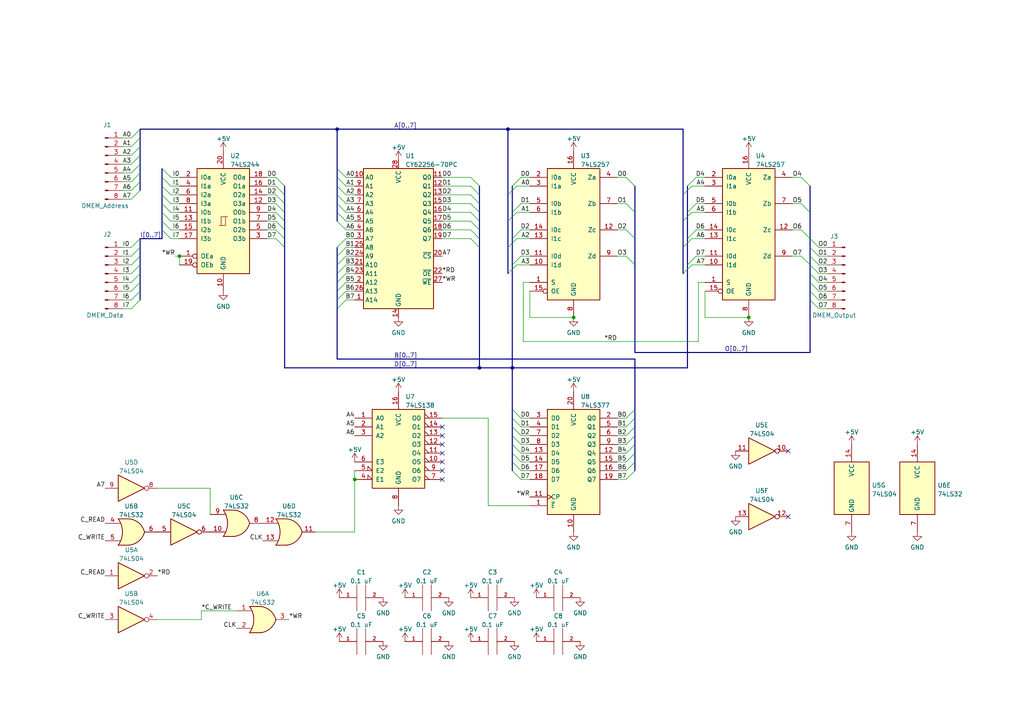
<source format=kicad_sch>
(kicad_sch (version 20211123) (generator eeschema)
  (paper "A4")
  (title_block (title "i281 Data Memory") (date "2023-12-16") (rev "1") (company "sdmay24-14"))
  (lib_symbols
    (symbol "74xx:74LS04"
      (property "Reference" "U" (at 0 1.27 0))
      (property "Value" "74LS04" (at 0 -1.27 0))
      (symbol "74LS04_1_0"
        (pin input line (at -7.62 0 0) (length 3.81) (name "~") (number "1"))
        (pin output inverted (at 7.62 0 180) (length 3.81) (name "~") (number "2"))
      )
      (symbol "74LS04_2_0"
        (pin input line (at -7.62 0 0) (length 3.81) (name "~") (number "3"))
        (pin output inverted (at 7.62 0 180) (length 3.81) (name "~") (number "4"))
      )
      (symbol "74LS04_3_0"
        (pin input line (at -7.62 0 0) (length 3.81) (name "~") (number "5"))
        (pin output inverted (at 7.62 0 180) (length 3.81) (name "~") (number "6"))
      )
      (symbol "74LS04_4_0"
        (pin output inverted (at 7.62 0 180) (length 3.81) (name "~") (number "8"))
        (pin input line (at -7.62 0 0) (length 3.81) (name "~") (number "9"))
      )
      (symbol "74LS04_5_0"
        (pin output inverted (at 7.62 0 180) (length 3.81) (name "~") (number "10"))
        (pin input line (at -7.62 0 0) (length 3.81) (name "~") (number "11"))
      )
      (symbol "74LS04_6_0"
        (pin output inverted (at 7.62 0 180) (length 3.81) (name "~") (number "12"))
        (pin input line (at -7.62 0 0) (length 3.81) (name "~") (number "13"))
      )
      (symbol "74LS04_7_0"
        (pin power_in line (at 0 12.7 270) (length 5.08) (name "VCC") (number "14"))
        (pin power_in line (at 0 -12.7 90) (length 5.08) (name "GND") (number "7"))
      )
    )
    (symbol "74xx:74LS138" (pin_names (offset 1.016))
      (property "Reference" "U" (at -7.62 11.43 0))
      (property "Value" "74LS138" (at -7.62 -13.97 0))
      (symbol "74LS138_1_0"
        (pin input line (at -12.7 7.62 0) (length 5.08) (name "A0") (number "1"))
        (pin output output_low (at 12.7 -5.08 180) (length 5.08) (name "O5") (number "10"))
        (pin output output_low (at 12.7 -2.54 180) (length 5.08) (name "O4") (number "11"))
        (pin output output_low (at 12.7 0 180) (length 5.08) (name "O3") (number "12"))
        (pin output output_low (at 12.7 2.54 180) (length 5.08) (name "O2") (number "13"))
        (pin output output_low (at 12.7 5.08 180) (length 5.08) (name "O1") (number "14"))
        (pin output output_low (at 12.7 7.62 180) (length 5.08) (name "O0") (number "15"))
        (pin power_in line (at 0 15.24 270) (length 5.08) (name "VCC") (number "16"))
        (pin input line (at -12.7 5.08 0) (length 5.08) (name "A1") (number "2"))
        (pin input line (at -12.7 2.54 0) (length 5.08) (name "A2") (number "3"))
        (pin input input_low (at -12.7 -10.16 0) (length 5.08) (name "E1") (number "4"))
        (pin input input_low (at -12.7 -7.62 0) (length 5.08) (name "E2") (number "5"))
        (pin input line (at -12.7 -5.08 0) (length 5.08) (name "E3") (number "6"))
        (pin output output_low (at 12.7 -10.16 180) (length 5.08) (name "O7") (number "7"))
        (pin power_in line (at 0 -17.78 90) (length 5.08) (name "GND") (number "8"))
        (pin output output_low (at 12.7 -7.62 180) (length 5.08) (name "O6") (number "9"))
      )
    )
    (symbol "74xx:74LS244" (pin_names (offset 1.016))
      (property "Reference" "U" (at -7.62 16.51 0))
      (property "Value" "74LS244" (at -7.62 -16.51 0))
      (symbol "74LS244_1_0"
        (pin input inverted (at -12.7 -10.16 0) (length 5.08) (name "OEa") (number "1"))
        (pin power_in line (at 0 -20.32 90) (length 5.08) (name "GND") (number "10"))
        (pin input line (at -12.7 2.54 0) (length 5.08) (name "I0b") (number "11"))
        (pin tri_state line (at 12.7 5.08 180) (length 5.08) (name "O3a") (number "12"))
        (pin input line (at -12.7 0 0) (length 5.08) (name "I1b") (number "13"))
        (pin tri_state line (at 12.7 7.62 180) (length 5.08) (name "O2a") (number "14"))
        (pin input line (at -12.7 -2.54 0) (length 5.08) (name "I2b") (number "15"))
        (pin tri_state line (at 12.7 10.16 180) (length 5.08) (name "O1a") (number "16"))
        (pin input line (at -12.7 -5.08 0) (length 5.08) (name "I3b") (number "17"))
        (pin tri_state line (at 12.7 12.7 180) (length 5.08) (name "O0a") (number "18"))
        (pin input inverted (at -12.7 -12.7 0) (length 5.08) (name "OEb") (number "19"))
        (pin input line (at -12.7 12.7 0) (length 5.08) (name "I0a") (number "2"))
        (pin power_in line (at 0 20.32 270) (length 5.08) (name "VCC") (number "20"))
        (pin tri_state line (at 12.7 -5.08 180) (length 5.08) (name "O3b") (number "3"))
        (pin input line (at -12.7 10.16 0) (length 5.08) (name "I1a") (number "4"))
        (pin tri_state line (at 12.7 -2.54 180) (length 5.08) (name "O2b") (number "5"))
        (pin input line (at -12.7 7.62 0) (length 5.08) (name "I2a") (number "6"))
        (pin tri_state line (at 12.7 0 180) (length 5.08) (name "O1b") (number "7"))
        (pin input line (at -12.7 5.08 0) (length 5.08) (name "I3a") (number "8"))
        (pin tri_state line (at 12.7 2.54 180) (length 5.08) (name "O0b") (number "9"))
      )
    )
    (symbol "74xx:74LS257" (pin_names (offset 1.016))
      (property "Reference" "U" (at -7.62 19.05 0))
      (property "Value" "74LS257" (at -7.62 -21.59 0))
      (symbol "74LS257_1_0"
        (pin input line (at -12.7 -15.24 0) (length 5.08) (name "S") (number "1"))
        (pin input line (at -12.7 -10.16 0) (length 5.08) (name "I1d") (number "10"))
        (pin input line (at -12.7 -7.62 0) (length 5.08) (name "I0d") (number "11"))
        (pin tri_state line (at 12.7 0 180) (length 5.08) (name "Zc") (number "12"))
        (pin input line (at -12.7 -2.54 0) (length 5.08) (name "I1c") (number "13"))
        (pin input line (at -12.7 0 0) (length 5.08) (name "I0c") (number "14"))
        (pin input inverted (at -12.7 -17.78 0) (length 5.08) (name "OE") (number "15"))
        (pin power_in line (at 0 22.86 270) (length 5.08) (name "VCC") (number "16"))
        (pin input line (at -12.7 15.24 0) (length 5.08) (name "I0a") (number "2"))
        (pin input line (at -12.7 12.7 0) (length 5.08) (name "I1a") (number "3"))
        (pin tri_state line (at 12.7 15.24 180) (length 5.08) (name "Za") (number "4"))
        (pin input line (at -12.7 7.62 0) (length 5.08) (name "I0b") (number "5"))
        (pin input line (at -12.7 5.08 0) (length 5.08) (name "I1b") (number "6"))
        (pin tri_state line (at 12.7 7.62 180) (length 5.08) (name "Zb") (number "7"))
        (pin power_in line (at 0 -25.4 90) (length 5.08) (name "GND") (number "8"))
        (pin tri_state line (at 12.7 -7.62 180) (length 5.08) (name "Zd") (number "9"))
      )
    )
    (symbol "74xx:74LS32" (pin_names (offset 1.016))
      (property "Reference" "U" (at 0 1.27 0))
      (property "Value" "74LS32" (at 0 -1.27 0))
      (symbol "74LS32_1_1"
        (pin input line (at -7.62 2.54 0) (length 4.318) (name "~") (number "1"))
        (pin input line (at -7.62 -2.54 0) (length 4.318) (name "~") (number "2"))
        (pin output line (at 7.62 0 180) (length 3.81) (name "~") (number "3"))
      )
      (symbol "74LS32_1_2"
        (pin input inverted (at -7.62 2.54 0) (length 3.81) (name "~") (number "1"))
        (pin input inverted (at -7.62 -2.54 0) (length 3.81) (name "~") (number "2"))
        (pin output inverted (at 7.62 0 180) (length 3.81) (name "~") (number "3"))
      )
      (symbol "74LS32_2_1"
        (pin input line (at -7.62 2.54 0) (length 4.318) (name "~") (number "4"))
        (pin input line (at -7.62 -2.54 0) (length 4.318) (name "~") (number "5"))
        (pin output line (at 7.62 0 180) (length 3.81) (name "~") (number "6"))
      )
      (symbol "74LS32_2_2"
        (pin input inverted (at -7.62 2.54 0) (length 3.81) (name "~") (number "4"))
        (pin input inverted (at -7.62 -2.54 0) (length 3.81) (name "~") (number "5"))
        (pin output inverted (at 7.62 0 180) (length 3.81) (name "~") (number "6"))
      )
      (symbol "74LS32_3_1"
        (pin input line (at -7.62 -2.54 0) (length 4.318) (name "~") (number "10"))
        (pin output line (at 7.62 0 180) (length 3.81) (name "~") (number "8"))
        (pin input line (at -7.62 2.54 0) (length 4.318) (name "~") (number "9"))
      )
      (symbol "74LS32_3_2"
        (pin input inverted (at -7.62 -2.54 0) (length 3.81) (name "~") (number "10"))
        (pin output inverted (at 7.62 0 180) (length 3.81) (name "~") (number "8"))
        (pin input inverted (at -7.62 2.54 0) (length 3.81) (name "~") (number "9"))
      )
      (symbol "74LS32_4_1"
        (pin output line (at 7.62 0 180) (length 3.81) (name "~") (number "11"))
        (pin input line (at -7.62 2.54 0) (length 4.318) (name "~") (number "12"))
        (pin input line (at -7.62 -2.54 0) (length 4.318) (name "~") (number "13"))
      )
      (symbol "74LS32_4_2"
        (pin output inverted (at 7.62 0 180) (length 3.81) (name "~") (number "11"))
        (pin input inverted (at -7.62 2.54 0) (length 3.81) (name "~") (number "12"))
        (pin input inverted (at -7.62 -2.54 0) (length 3.81) (name "~") (number "13"))
      )
      (symbol "74LS32_5_0"
        (pin power_in line (at 0 12.7 270) (length 5.08) (name "VCC") (number "14"))
        (pin power_in line (at 0 -12.7 90) (length 5.08) (name "GND") (number "7"))
      )
    )
    (symbol "74xx:74LS377" (pin_names (offset 1.016))
      (property "Reference" "U" (at -7.62 16.51 0))
      (property "Value" "74LS377" (at -7.62 -16.51 0))
      (symbol "74LS377_1_0"
        (pin input line (at -12.7 -12.7 0) (length 5.08) (name "~{E}") (number "1"))
        (pin power_in line (at 0 -20.32 90) (length 5.08) (name "GND") (number "10"))
        (pin input clock (at -12.7 -10.16 0) (length 5.08) (name "CP") (number "11"))
        (pin output line (at 12.7 2.54 180) (length 5.08) (name "Q4") (number "12"))
        (pin input line (at -12.7 2.54 0) (length 5.08) (name "D4") (number "13"))
        (pin input line (at -12.7 0 0) (length 5.08) (name "D5") (number "14"))
        (pin output line (at 12.7 0 180) (length 5.08) (name "Q5") (number "15"))
        (pin output line (at 12.7 -2.54 180) (length 5.08) (name "Q6") (number "16"))
        (pin input line (at -12.7 -2.54 0) (length 5.08) (name "D6") (number "17"))
        (pin input line (at -12.7 -5.08 0) (length 5.08) (name "D7") (number "18"))
        (pin output line (at 12.7 -5.08 180) (length 5.08) (name "Q7") (number "19"))
        (pin output line (at 12.7 12.7 180) (length 5.08) (name "Q0") (number "2"))
        (pin power_in line (at 0 20.32 270) (length 5.08) (name "VCC") (number "20"))
        (pin input line (at -12.7 12.7 0) (length 5.08) (name "D0") (number "3"))
        (pin input line (at -12.7 10.16 0) (length 5.08) (name "D1") (number "4"))
        (pin output line (at 12.7 10.16 180) (length 5.08) (name "Q1") (number "5"))
        (pin output line (at 12.7 7.62 180) (length 5.08) (name "Q2") (number "6"))
        (pin input line (at -12.7 7.62 0) (length 5.08) (name "D2") (number "7"))
        (pin input line (at -12.7 5.08 0) (length 5.08) (name "D3") (number "8"))
        (pin output line (at 12.7 5.08 180) (length 5.08) (name "Q3") (number "9"))
      )
    )
    (symbol "Connector:Conn_01x08_Male" (pin_names (offset 1.016) hide)
      (property "Reference" "J" (at 0 10.16 0))
      (property "Value" "Conn_01x08_Male" (at 0 -12.7 0))
      (symbol "Conn_01x08_Male_1_1"
        (pin passive line (at 5.08 7.62 180) (length 3.81) (name "Pin_1") (number "1"))
        (pin passive line (at 5.08 5.08 180) (length 3.81) (name "Pin_2") (number "2"))
        (pin passive line (at 5.08 2.54 180) (length 3.81) (name "Pin_3") (number "3"))
        (pin passive line (at 5.08 0 180) (length 3.81) (name "Pin_4") (number "4"))
        (pin passive line (at 5.08 -2.54 180) (length 3.81) (name "Pin_5") (number "5"))
        (pin passive line (at 5.08 -5.08 180) (length 3.81) (name "Pin_6") (number "6"))
        (pin passive line (at 5.08 -7.62 180) (length 3.81) (name "Pin_7") (number "7"))
        (pin passive line (at 5.08 -10.16 180) (length 3.81) (name "Pin_8") (number "8"))
      )
    )
    (symbol "Memory_RAM:CY62256-70PC"
      (property "Reference" "U" (at -10.16 20.955 0))
      (property "Value" "CY62256-70PC" (at 2.54 20.955 0))
      (symbol "CY62256-70PC_0_0"
        (pin power_in line (at 0 -22.86 90) (length 2.54) (name "GND") (number "14"))
        (pin power_in line (at 0 22.86 270) (length 2.54) (name "VCC") (number "28"))
      )
      (symbol "CY62256-70PC_1_1"
        (pin input line (at -12.7 -17.78 0) (length 2.54) (name "A14") (number "1"))
        (pin input line (at -12.7 17.78 0) (length 2.54) (name "A0") (number "10"))
        (pin tri_state line (at 12.7 17.78 180) (length 2.54) (name "Q0") (number "11"))
        (pin tri_state line (at 12.7 15.24 180) (length 2.54) (name "Q1") (number "12"))
        (pin tri_state line (at 12.7 12.7 180) (length 2.54) (name "Q2") (number "13"))
        (pin tri_state line (at 12.7 10.16 180) (length 2.54) (name "Q3") (number "15"))
        (pin tri_state line (at 12.7 7.62 180) (length 2.54) (name "Q4") (number "16"))
        (pin tri_state line (at 12.7 5.08 180) (length 2.54) (name "Q5") (number "17"))
        (pin tri_state line (at 12.7 2.54 180) (length 2.54) (name "Q6") (number "18"))
        (pin tri_state line (at 12.7 0 180) (length 2.54) (name "Q7") (number "19"))
        (pin input line (at -12.7 -12.7 0) (length 2.54) (name "A12") (number "2"))
        (pin input line (at 12.7 -5.08 180) (length 2.54) (name "~{CS}") (number "20"))
        (pin input line (at -12.7 -7.62 0) (length 2.54) (name "A10") (number "21"))
        (pin input line (at 12.7 -10.16 180) (length 2.54) (name "~{OE}") (number "22"))
        (pin input line (at -12.7 -10.16 0) (length 2.54) (name "A11") (number "23"))
        (pin input line (at -12.7 -5.08 0) (length 2.54) (name "A9") (number "24"))
        (pin input line (at -12.7 -2.54 0) (length 2.54) (name "A8") (number "25"))
        (pin input line (at -12.7 -15.24 0) (length 2.54) (name "A13") (number "26"))
        (pin input line (at 12.7 -12.7 180) (length 2.54) (name "~{WE}") (number "27"))
        (pin input line (at -12.7 0 0) (length 2.54) (name "A7") (number "3"))
        (pin input line (at -12.7 2.54 0) (length 2.54) (name "A6") (number "4"))
        (pin input line (at -12.7 5.08 0) (length 2.54) (name "A5") (number "5"))
        (pin input line (at -12.7 7.62 0) (length 2.54) (name "A4") (number "6"))
        (pin input line (at -12.7 10.16 0) (length 2.54) (name "A3") (number "7"))
        (pin input line (at -12.7 12.7 0) (length 2.54) (name "A2") (number "8"))
        (pin input line (at -12.7 15.24 0) (length 2.54) (name "A1") (number "9"))
      )
    )
    (symbol "power:+5V" (power) (pin_names (offset 0))
      (property "Value" "+5V" (at 0 3.556 0))
      (symbol "+5V_1_1"
        (pin power_in line (at 0 0 90) (length 0) hide (name "+5V") (number "1"))
      )
    )
    (symbol "power:GND" (power) (pin_names (offset 0))
      (property "Value" "GND" (at 0 -3.81 0))
      (symbol "GND_1_1"
        (pin power_in line (at 0 0 270) (length 0) hide (name "GND") (number "1"))
      )
    )
    (symbol "pspice:C" (pin_names (offset 0.254))
      (property "Reference" "C" (at 2.54 3.81 90))
      (property "Value" "C" (at 2.54 -3.81 90))
      (symbol "C_1_1"
        (pin passive line (at 0 6.35 270) (length 5.08) (name "~") (number "1"))
        (pin passive line (at 0 -6.35 90) (length 5.08) (name "~") (number "2"))
      )
    )
  )
  (junction (at 102.87 139.065))
  (junction (at 147.32 37.465))
  (junction (at 166.37 92.075))
  (junction (at 217.17 92.075))
  (junction (at 139.065 106.68))
  (junction (at 97.79 37.465))
  (junction (at 148.59 106.68))
  (junction (at 52.07 74.295))
  (no_connect (at 228.6 149.86))
  (no_connect (at 128.27 126.365))
  (no_connect (at 128.27 128.905))
  (no_connect (at 128.27 131.445))
  (no_connect (at 228.6 130.81))
  (no_connect (at 128.27 133.985))
  (no_connect (at 128.27 123.825))
  (no_connect (at 128.27 136.525))
  (no_connect (at 128.27 139.065))
  (bus_entry (at 234.95 74.295) (size 2.54 2.54))
  (bus_entry (at 139.065 56.515) (size -2.54 -2.54))
  (bus_entry (at 82.55 59.055) (size -2.54 -2.54))
  (bus_entry (at 147.32 79.375) (size 2.54 -2.54))
  (bus_entry (at 148.59 61.595) (size 2.54 -2.54))
  (bus_entry (at 234.95 69.215) (size -2.54 -2.54))
  (bus_entry (at 184.15 136.525) (size -2.54 2.54))
  (bus_entry (at 147.32 71.755) (size 2.54 -2.54))
  (bus_entry (at 97.79 64.135) (size 2.54 2.54))
  (bus_entry (at 82.55 69.215) (size -2.54 -2.54))
  (bus_entry (at 97.79 51.435) (size 2.54 2.54))
  (bus_entry (at 97.79 59.055) (size 2.54 2.54))
  (bus_entry (at 234.95 53.975) (size -2.54 -2.54))
  (bus_entry (at 40.64 71.755) (size -2.54 2.54))
  (bus_entry (at 46.99 59.055) (size 2.54 2.54))
  (bus_entry (at 148.59 136.525) (size 2.54 2.54))
  (bus_entry (at 148.59 69.215) (size 2.54 -2.54))
  (bus_entry (at 184.15 133.985) (size -2.54 2.54))
  (bus_entry (at 40.64 86.995) (size -2.54 2.54))
  (bus_entry (at 234.95 71.755) (size 2.54 2.54))
  (bus_entry (at 40.64 37.465) (size -2.54 2.54))
  (bus_entry (at 139.065 59.055) (size -2.54 -2.54))
  (bus_entry (at 148.59 53.975) (size 2.54 -2.54))
  (bus_entry (at 97.79 86.995) (size 2.54 -2.54))
  (bus_entry (at 184.15 53.975) (size -2.54 -2.54))
  (bus_entry (at 198.12 56.515) (size 2.54 -2.54))
  (bus_entry (at 40.64 50.165) (size -2.54 2.54))
  (bus_entry (at 40.64 55.245) (size -2.54 2.54))
  (bus_entry (at 198.12 79.375) (size 2.54 -2.54))
  (bus_entry (at 97.79 71.755) (size 2.54 -2.54))
  (bus_entry (at 184.15 126.365) (size -2.54 2.54))
  (bus_entry (at 46.99 64.135) (size 2.54 2.54))
  (bus_entry (at 234.95 79.375) (size 2.54 2.54))
  (bus_entry (at 234.95 76.835) (size -2.54 -2.54))
  (bus_entry (at 40.64 69.215) (size -2.54 2.54))
  (bus_entry (at 46.99 48.895) (size 2.54 2.54))
  (bus_entry (at 97.79 53.975) (size 2.54 2.54))
  (bus_entry (at 234.95 76.835) (size 2.54 2.54))
  (bus_entry (at 40.64 84.455) (size -2.54 2.54))
  (bus_entry (at 139.065 71.755) (size -2.54 -2.54))
  (bus_entry (at 148.59 131.445) (size 2.54 2.54))
  (bus_entry (at 234.95 61.595) (size -2.54 -2.54))
  (bus_entry (at 147.32 56.515) (size 2.54 -2.54))
  (bus_entry (at 139.065 69.215) (size -2.54 -2.54))
  (bus_entry (at 46.99 53.975) (size 2.54 2.54))
  (bus_entry (at 184.15 128.905) (size -2.54 2.54))
  (bus_entry (at 139.065 53.975) (size -2.54 -2.54))
  (bus_entry (at 148.59 133.985) (size 2.54 2.54))
  (bus_entry (at 40.64 76.835) (size -2.54 2.54))
  (bus_entry (at 184.15 61.595) (size -2.54 -2.54))
  (bus_entry (at 40.64 79.375) (size -2.54 2.54))
  (bus_entry (at 40.64 45.085) (size -2.54 2.54))
  (bus_entry (at 46.99 56.515) (size 2.54 2.54))
  (bus_entry (at 40.64 81.915) (size -2.54 2.54))
  (bus_entry (at 97.79 89.535) (size 2.54 -2.54))
  (bus_entry (at 184.15 131.445) (size -2.54 2.54))
  (bus_entry (at 184.15 76.835) (size -2.54 -2.54))
  (bus_entry (at 82.55 71.755) (size -2.54 -2.54))
  (bus_entry (at 148.59 128.905) (size 2.54 2.54))
  (bus_entry (at 40.64 52.705) (size -2.54 2.54))
  (bus_entry (at 139.065 61.595) (size -2.54 -2.54))
  (bus_entry (at 40.64 74.295) (size -2.54 2.54))
  (bus_entry (at 198.12 71.755) (size 2.54 -2.54))
  (bus_entry (at 234.95 84.455) (size 2.54 2.54))
  (bus_entry (at 40.64 40.005) (size -2.54 2.54))
  (bus_entry (at 234.95 86.995) (size 2.54 2.54))
  (bus_entry (at 97.79 84.455) (size 2.54 -2.54))
  (bus_entry (at 82.55 66.675) (size -2.54 -2.54))
  (bus_entry (at 148.59 126.365) (size 2.54 2.54))
  (bus_entry (at 199.39 61.595) (size 2.54 -2.54))
  (bus_entry (at 97.79 48.895) (size 2.54 2.54))
  (bus_entry (at 199.39 76.835) (size 2.54 -2.54))
  (bus_entry (at 148.59 118.745) (size 2.54 2.54))
  (bus_entry (at 234.95 81.915) (size 2.54 2.54))
  (bus_entry (at 184.15 121.285) (size -2.54 2.54))
  (bus_entry (at 97.79 76.835) (size 2.54 -2.54))
  (bus_entry (at 148.59 121.285) (size 2.54 2.54))
  (bus_entry (at 82.55 53.975) (size -2.54 -2.54))
  (bus_entry (at 147.32 64.135) (size 2.54 -2.54))
  (bus_entry (at 139.065 66.675) (size -2.54 -2.54))
  (bus_entry (at 82.55 61.595) (size -2.54 -2.54))
  (bus_entry (at 199.39 53.975) (size 2.54 -2.54))
  (bus_entry (at 198.12 64.135) (size 2.54 -2.54))
  (bus_entry (at 97.79 61.595) (size 2.54 2.54))
  (bus_entry (at 97.79 74.295) (size 2.54 -2.54))
  (bus_entry (at 139.065 64.135) (size -2.54 -2.54))
  (bus_entry (at 97.79 56.515) (size 2.54 2.54))
  (bus_entry (at 46.99 66.675) (size 2.54 2.54))
  (bus_entry (at 234.95 69.215) (size 2.54 2.54))
  (bus_entry (at 148.59 76.835) (size 2.54 -2.54))
  (bus_entry (at 184.15 118.745) (size -2.54 2.54))
  (bus_entry (at 82.55 64.135) (size -2.54 -2.54))
  (bus_entry (at 40.64 42.545) (size -2.54 2.54))
  (bus_entry (at 97.79 79.375) (size 2.54 -2.54))
  (bus_entry (at 184.15 69.215) (size -2.54 -2.54))
  (bus_entry (at 46.99 61.595) (size 2.54 2.54))
  (bus_entry (at 184.15 123.825) (size -2.54 2.54))
  (bus_entry (at 148.59 123.825) (size 2.54 2.54))
  (bus_entry (at 46.99 51.435) (size 2.54 2.54))
  (bus_entry (at 40.64 47.625) (size -2.54 2.54))
  (bus_entry (at 199.39 69.215) (size 2.54 -2.54))
  (bus_entry (at 82.55 56.515) (size -2.54 -2.54))
  (bus_entry (at 97.79 81.915) (size 2.54 -2.54))
  (bus (pts (xy 148.59 121.285) (xy 148.59 123.825)))
  (wire (pts (xy 35.56 89.535) (xy 38.1 89.535)))
  (bus (pts (xy 199.39 61.595) (xy 199.39 69.215)))
  (wire (pts (xy 35.56 45.085) (xy 38.1 45.085)))
  (wire (pts (xy 179.07 66.675) (xy 181.61 66.675)))
  (wire (pts (xy 151.13 139.065) (xy 153.67 139.065)))
  (wire (pts (xy 100.33 64.135) (xy 102.87 64.135)))
  (wire (pts (xy 151.13 131.445) (xy 153.67 131.445)))
  (bus (pts (xy 40.64 84.455) (xy 40.64 81.915)))
  (bus (pts (xy 147.32 71.755) (xy 147.32 64.135)))
  (bus (pts (xy 198.12 79.375) (xy 198.12 71.755)))
  (wire (pts (xy 35.56 52.705) (xy 38.1 52.705)))
  (wire (pts (xy 179.07 51.435) (xy 181.61 51.435)))
  (bus (pts (xy 139.065 64.135) (xy 139.065 66.675)))
  (bus (pts (xy 148.59 131.445) (xy 148.59 133.985)))
  (bus (pts (xy 82.55 71.755) (xy 82.55 106.68)))
  (wire (pts (xy 100.33 51.435) (xy 102.87 51.435)))
  (bus (pts (xy 82.55 64.135) (xy 82.55 66.675)))
  (wire (pts (xy 49.53 61.595) (xy 52.07 61.595)))
  (wire (pts (xy 128.27 66.675) (xy 136.525 66.675)))
  (bus (pts (xy 234.95 71.755) (xy 234.95 74.295)))
  (wire (pts (xy 77.47 61.595) (xy 80.01 61.595)))
  (bus (pts (xy 40.64 50.165) (xy 40.64 47.625)))
  (wire (pts (xy 153.67 81.915) (xy 151.765 81.915)))
  (wire (pts (xy 50.8 74.295) (xy 52.07 74.295)))
  (wire (pts (xy 237.49 81.915) (xy 240.03 81.915)))
  (wire (pts (xy 151.765 81.915) (xy 151.765 99.06)))
  (wire (pts (xy 151.13 74.295) (xy 153.67 74.295)))
  (wire (pts (xy 200.66 76.835) (xy 204.47 76.835)))
  (bus (pts (xy 46.99 66.675) (xy 46.99 69.215)))
  (wire (pts (xy 49.53 66.675) (xy 52.07 66.675)))
  (wire (pts (xy 128.27 64.135) (xy 136.525 64.135)))
  (wire (pts (xy 151.13 121.285) (xy 153.67 121.285)))
  (bus (pts (xy 40.64 47.625) (xy 40.64 45.085)))
  (wire (pts (xy 149.86 53.975) (xy 153.67 53.975)))
  (wire (pts (xy 141.605 121.285) (xy 141.605 146.685)))
  (wire (pts (xy 52.07 74.295) (xy 52.07 76.835)))
  (wire (pts (xy 35.56 86.995) (xy 38.1 86.995)))
  (bus (pts (xy 82.55 66.675) (xy 82.55 69.215)))
  (bus (pts (xy 234.95 74.295) (xy 234.95 76.835)))
  (bus (pts (xy 46.99 53.975) (xy 46.99 56.515)))
  (wire (pts (xy 229.87 51.435) (xy 232.41 51.435)))
  (wire (pts (xy 237.49 79.375) (xy 240.03 79.375)))
  (bus (pts (xy 198.12 56.515) (xy 198.12 37.465)))
  (bus (pts (xy 184.15 133.985) (xy 184.15 136.525)))
  (wire (pts (xy 77.47 59.055) (xy 80.01 59.055)))
  (bus (pts (xy 148.59 126.365) (xy 148.59 128.905)))
  (bus (pts (xy 97.79 74.295) (xy 97.79 76.835)))
  (bus (pts (xy 184.15 128.905) (xy 184.15 131.445)))
  (bus (pts (xy 199.39 69.215) (xy 199.39 76.835)))
  (wire (pts (xy 35.56 74.295) (xy 38.1 74.295)))
  (bus (pts (xy 40.64 76.835) (xy 40.64 74.295)))
  (wire (pts (xy 151.765 99.06) (xy 202.565 99.06)))
  (bus (pts (xy 139.065 56.515) (xy 139.065 59.055)))
  (wire (pts (xy 201.93 66.675) (xy 204.47 66.675)))
  (bus (pts (xy 148.59 133.985) (xy 148.59 136.525)))
  (wire (pts (xy 77.47 64.135) (xy 80.01 64.135)))
  (wire (pts (xy 141.605 146.685) (xy 153.67 146.685)))
  (bus (pts (xy 148.59 53.975) (xy 148.59 61.595)))
  (wire (pts (xy 204.47 81.915) (xy 202.565 81.915)))
  (bus (pts (xy 46.99 56.515) (xy 46.99 59.055)))
  (bus (pts (xy 198.12 64.135) (xy 198.12 56.515)))
  (bus (pts (xy 184.15 53.975) (xy 184.15 61.595)))
  (wire (pts (xy 128.27 121.285) (xy 141.605 121.285)))
  (bus (pts (xy 184.15 121.285) (xy 184.15 123.825)))
  (wire (pts (xy 237.49 71.755) (xy 240.03 71.755)))
  (bus (pts (xy 40.64 42.545) (xy 40.64 40.005)))
  (bus (pts (xy 148.59 106.68) (xy 199.39 106.68)))
  (bus (pts (xy 97.79 81.915) (xy 97.79 84.455)))
  (bus (pts (xy 184.15 104.14) (xy 184.15 118.745)))
  (bus (pts (xy 234.95 69.215) (xy 234.95 71.755)))
  (wire (pts (xy 201.93 74.295) (xy 204.47 74.295)))
  (wire (pts (xy 35.56 55.245) (xy 38.1 55.245)))
  (bus (pts (xy 46.99 64.135) (xy 46.99 66.675)))
  (bus (pts (xy 46.99 48.895) (xy 46.99 51.435)))
  (wire (pts (xy 149.86 69.215) (xy 153.67 69.215)))
  (bus (pts (xy 97.79 71.755) (xy 97.79 74.295)))
  (wire (pts (xy 100.33 76.835) (xy 102.87 76.835)))
  (bus (pts (xy 82.55 69.215) (xy 82.55 71.755)))
  (bus (pts (xy 40.64 71.755) (xy 40.64 69.215)))
  (bus (pts (xy 46.99 59.055) (xy 46.99 61.595)))
  (wire (pts (xy 128.27 69.215) (xy 136.525 69.215)))
  (bus (pts (xy 184.15 126.365) (xy 184.15 128.905)))
  (wire (pts (xy 100.33 71.755) (xy 102.87 71.755)))
  (wire (pts (xy 151.13 51.435) (xy 153.67 51.435)))
  (wire (pts (xy 179.07 59.055) (xy 181.61 59.055)))
  (wire (pts (xy 237.49 89.535) (xy 240.03 89.535)))
  (wire (pts (xy 49.53 64.135) (xy 52.07 64.135)))
  (wire (pts (xy 229.87 66.675) (xy 232.41 66.675)))
  (wire (pts (xy 128.27 53.975) (xy 136.525 53.975)))
  (bus (pts (xy 148.59 106.68) (xy 148.59 118.745)))
  (wire (pts (xy 149.86 61.595) (xy 153.67 61.595)))
  (wire (pts (xy 102.87 139.065) (xy 102.87 154.305)))
  (bus (pts (xy 139.065 53.975) (xy 139.065 56.515)))
  (bus (pts (xy 40.64 81.915) (xy 40.64 79.375)))
  (wire (pts (xy 200.66 61.595) (xy 204.47 61.595)))
  (bus (pts (xy 234.95 84.455) (xy 234.95 86.995)))
  (bus (pts (xy 40.64 86.995) (xy 40.64 84.455)))
  (wire (pts (xy 128.27 61.595) (xy 136.525 61.595)))
  (bus (pts (xy 148.59 118.745) (xy 148.59 121.285)))
  (wire (pts (xy 200.66 53.975) (xy 204.47 53.975)))
  (wire (pts (xy 100.33 56.515) (xy 102.87 56.515)))
  (bus (pts (xy 199.39 53.975) (xy 199.39 61.595)))
  (wire (pts (xy 151.13 123.825) (xy 153.67 123.825)))
  (wire (pts (xy 128.27 51.435) (xy 136.525 51.435)))
  (wire (pts (xy 100.33 61.595) (xy 102.87 61.595)))
  (wire (pts (xy 49.53 56.515) (xy 52.07 56.515)))
  (wire (pts (xy 35.56 76.835) (xy 38.1 76.835)))
  (bus (pts (xy 82.55 59.055) (xy 82.55 61.595)))
  (bus (pts (xy 40.64 40.005) (xy 40.64 37.465)))
  (wire (pts (xy 58.42 177.165) (xy 68.58 177.165)))
  (bus (pts (xy 97.79 56.515) (xy 97.79 53.975)))
  (wire (pts (xy 102.87 136.525) (xy 102.87 139.065)))
  (bus (pts (xy 97.79 53.975) (xy 97.79 51.435)))
  (bus (pts (xy 40.64 52.705) (xy 40.64 50.165)))
  (wire (pts (xy 77.47 53.975) (xy 80.01 53.975)))
  (bus (pts (xy 234.95 53.975) (xy 234.95 61.595)))
  (wire (pts (xy 35.56 71.755) (xy 38.1 71.755)))
  (wire (pts (xy 100.33 84.455) (xy 102.87 84.455)))
  (bus (pts (xy 46.99 51.435) (xy 46.99 53.975)))
  (wire (pts (xy 128.27 56.515) (xy 136.525 56.515)))
  (wire (pts (xy 166.37 92.075) (xy 153.67 92.075)))
  (bus (pts (xy 184.15 102.235) (xy 234.95 102.235)))
  (wire (pts (xy 151.13 59.055) (xy 153.67 59.055)))
  (wire (pts (xy 229.87 74.295) (xy 232.41 74.295)))
  (wire (pts (xy 100.33 53.975) (xy 102.87 53.975)))
  (bus (pts (xy 97.79 79.375) (xy 97.79 81.915)))
  (bus (pts (xy 184.15 69.215) (xy 184.15 76.835)))
  (bus (pts (xy 198.12 71.755) (xy 198.12 64.135)))
  (bus (pts (xy 184.15 76.835) (xy 184.15 102.235)))
  (bus (pts (xy 46.99 61.595) (xy 46.99 64.135)))
  (bus (pts (xy 184.15 123.825) (xy 184.15 126.365)))
  (bus (pts (xy 97.79 48.895) (xy 97.79 37.465)))
  (wire (pts (xy 179.07 126.365) (xy 181.61 126.365)))
  (bus (pts (xy 184.15 61.595) (xy 184.15 69.215)))
  (bus (pts (xy 82.55 53.975) (xy 82.55 56.515)))
  (bus (pts (xy 40.64 37.465) (xy 97.79 37.465)))
  (bus (pts (xy 139.065 69.215) (xy 139.065 71.755)))
  (wire (pts (xy 151.13 66.675) (xy 153.67 66.675)))
  (wire (pts (xy 179.07 128.905) (xy 181.61 128.905)))
  (wire (pts (xy 179.07 133.985) (xy 181.61 133.985)))
  (bus (pts (xy 97.79 64.135) (xy 97.79 61.595)))
  (bus (pts (xy 97.79 37.465) (xy 147.32 37.465)))
  (bus (pts (xy 148.59 123.825) (xy 148.59 126.365)))
  (bus (pts (xy 97.79 61.595) (xy 97.79 59.055)))
  (wire (pts (xy 201.93 51.435) (xy 204.47 51.435)))
  (bus (pts (xy 234.95 81.915) (xy 234.95 84.455)))
  (wire (pts (xy 151.13 128.905) (xy 153.67 128.905)))
  (bus (pts (xy 139.065 59.055) (xy 139.065 61.595)))
  (wire (pts (xy 179.07 136.525) (xy 181.61 136.525)))
  (bus (pts (xy 40.64 55.245) (xy 40.64 52.705)))
  (bus (pts (xy 40.64 45.085) (xy 40.64 42.545)))
  (bus (pts (xy 40.64 69.215) (xy 46.99 69.215)))
  (bus (pts (xy 148.59 76.835) (xy 148.59 106.68)))
  (wire (pts (xy 202.565 81.915) (xy 202.565 99.06)))
  (bus (pts (xy 97.79 86.995) (xy 97.79 89.535)))
  (wire (pts (xy 77.47 56.515) (xy 80.01 56.515)))
  (bus (pts (xy 234.95 79.375) (xy 234.95 81.915)))
  (wire (pts (xy 49.53 59.055) (xy 52.07 59.055)))
  (bus (pts (xy 97.79 76.835) (xy 97.79 79.375)))
  (wire (pts (xy 35.56 42.545) (xy 38.1 42.545)))
  (bus (pts (xy 148.59 61.595) (xy 148.59 69.215)))
  (bus (pts (xy 97.79 59.055) (xy 97.79 56.515)))
  (wire (pts (xy 77.47 66.675) (xy 80.01 66.675)))
  (wire (pts (xy 128.27 59.055) (xy 136.525 59.055)))
  (bus (pts (xy 139.065 61.595) (xy 139.065 64.135)))
  (wire (pts (xy 149.86 76.835) (xy 153.67 76.835)))
  (wire (pts (xy 77.47 51.435) (xy 80.01 51.435)))
  (wire (pts (xy 204.47 84.455) (xy 204.47 92.075)))
  (wire (pts (xy 100.33 79.375) (xy 102.87 79.375)))
  (bus (pts (xy 234.95 76.835) (xy 234.95 79.375)))
  (wire (pts (xy 100.33 81.915) (xy 102.87 81.915)))
  (wire (pts (xy 237.49 74.295) (xy 240.03 74.295)))
  (wire (pts (xy 35.56 79.375) (xy 38.1 79.375)))
  (bus (pts (xy 97.79 51.435) (xy 97.79 48.895)))
  (wire (pts (xy 100.33 74.295) (xy 102.87 74.295)))
  (wire (pts (xy 179.07 139.065) (xy 181.61 139.065)))
  (wire (pts (xy 237.49 76.835) (xy 240.03 76.835)))
  (wire (pts (xy 179.07 131.445) (xy 181.61 131.445)))
  (wire (pts (xy 35.56 47.625) (xy 38.1 47.625)))
  (bus (pts (xy 40.64 74.295) (xy 40.64 71.755)))
  (wire (pts (xy 100.33 66.675) (xy 102.87 66.675)))
  (bus (pts (xy 147.32 64.135) (xy 147.32 56.515)))
  (bus (pts (xy 148.59 128.905) (xy 148.59 131.445)))
  (bus (pts (xy 82.55 56.515) (xy 82.55 59.055)))
  (wire (pts (xy 153.67 92.075) (xy 153.67 84.455)))
  (wire (pts (xy 100.33 59.055) (xy 102.87 59.055)))
  (wire (pts (xy 102.87 154.305) (xy 91.44 154.305)))
  (wire (pts (xy 151.13 136.525) (xy 153.67 136.525)))
  (wire (pts (xy 179.07 121.285) (xy 181.61 121.285)))
  (bus (pts (xy 234.95 86.995) (xy 234.95 102.235)))
  (bus (pts (xy 147.32 79.375) (xy 147.32 71.755)))
  (wire (pts (xy 45.72 141.605) (xy 60.96 141.605)))
  (wire (pts (xy 49.53 69.215) (xy 52.07 69.215)))
  (bus (pts (xy 199.39 76.835) (xy 199.39 106.68)))
  (wire (pts (xy 237.49 84.455) (xy 240.03 84.455)))
  (wire (pts (xy 229.87 59.055) (xy 232.41 59.055)))
  (bus (pts (xy 139.065 106.68) (xy 148.59 106.68)))
  (wire (pts (xy 58.42 179.705) (xy 58.42 177.165)))
  (wire (pts (xy 35.56 84.455) (xy 38.1 84.455)))
  (wire (pts (xy 35.56 81.915) (xy 38.1 81.915)))
  (wire (pts (xy 201.93 59.055) (xy 204.47 59.055)))
  (wire (pts (xy 49.53 51.435) (xy 52.07 51.435)))
  (bus (pts (xy 139.065 66.675) (xy 139.065 69.215)))
  (wire (pts (xy 179.07 123.825) (xy 181.61 123.825)))
  (wire (pts (xy 77.47 69.215) (xy 80.01 69.215)))
  (bus (pts (xy 82.55 106.68) (xy 139.065 106.68)))
  (bus (pts (xy 148.59 69.215) (xy 148.59 76.835)))
  (wire (pts (xy 60.96 141.605) (xy 60.96 149.225)))
  (wire (pts (xy 35.56 40.005) (xy 38.1 40.005)))
  (bus (pts (xy 97.79 89.535) (xy 97.79 104.14)))
  (bus (pts (xy 97.79 104.14) (xy 184.15 104.14)))
  (wire (pts (xy 100.33 86.995) (xy 102.87 86.995)))
  (bus (pts (xy 97.79 84.455) (xy 97.79 86.995)))
  (bus (pts (xy 234.95 61.595) (xy 234.95 69.215)))
  (wire (pts (xy 200.66 69.215) (xy 204.47 69.215)))
  (wire (pts (xy 151.13 133.985) (xy 153.67 133.985)))
  (wire (pts (xy 151.13 126.365) (xy 153.67 126.365)))
  (wire (pts (xy 100.33 69.215) (xy 102.87 69.215)))
  (wire (pts (xy 237.49 86.995) (xy 240.03 86.995)))
  (wire (pts (xy 45.72 179.705) (xy 58.42 179.705)))
  (wire (pts (xy 35.56 50.165) (xy 38.1 50.165)))
  (bus (pts (xy 82.55 61.595) (xy 82.55 64.135)))
  (bus (pts (xy 139.065 71.755) (xy 139.065 106.68)))
  (bus (pts (xy 184.15 118.745) (xy 184.15 121.285)))
  (bus (pts (xy 147.32 56.515) (xy 147.32 37.465)))
  (wire (pts (xy 35.56 57.785) (xy 38.1 57.785)))
  (wire (pts (xy 49.53 53.975) (xy 52.07 53.975)))
  (wire (pts (xy 179.07 74.295) (xy 181.61 74.295)))
  (bus (pts (xy 184.15 131.445) (xy 184.15 133.985)))
  (bus (pts (xy 198.12 37.465) (xy 147.32 37.465)))
  (bus (pts (xy 40.64 79.375) (xy 40.64 76.835)))
  (wire (pts (xy 204.47 92.075) (xy 217.17 92.075)))
  (label "B[0..7]" (at 114.3 104.14 0))
  (label "O1" (at 179.07 59.055 0))
  (label "B2" (at 102.87 74.295 180))
  (label "O7" (at 229.87 74.295 0))
  (label "A2" (at 153.67 69.215 180))
  (label "A5" (at 102.87 123.825 180))
  (label "B0" (at 179.07 121.285 0))
  (label "D4" (at 77.47 61.595 0))
  (label "D5" (at 77.47 64.135 0))
  (label "B7" (at 179.07 139.065 0))
  (label "D5" (at 204.47 59.055 180))
  (label "I2" (at 35.56 76.835 0))
  (label "D7" (at 128.27 69.215 0))
  (label "A6" (at 204.47 69.215 180))
  (label "A1" (at 102.87 53.975 180))
  (label "B6" (at 179.07 136.525 0))
  (label "O5" (at 240.03 84.455 180))
  (label "A6" (at 102.87 66.675 180))
  (label "A0" (at 153.67 53.975 180))
  (label "D1" (at 128.27 53.975 0))
  (label "D6" (at 153.67 136.525 180))
  (label "*WR" (at 50.8 74.295 180))
  (label "I5" (at 52.07 64.135 180))
  (label "D2" (at 128.27 56.515 0))
  (label "B5" (at 179.07 133.985 0))
  (label "I0" (at 35.56 71.755 0))
  (label "D1" (at 153.67 59.055 180))
  (label "A2" (at 35.56 45.085 0))
  (label "*RD" (at 175.26 99.06 0))
  (label "A5" (at 204.47 61.595 180))
  (label "O3" (at 179.07 74.295 0))
  (label "O2" (at 179.07 66.675 0))
  (label "D1" (at 153.67 123.825 180))
  (label "I7" (at 35.56 89.535 0))
  (label "O6" (at 240.03 86.995 180))
  (label "B3" (at 179.07 128.905 0))
  (label "D6" (at 77.47 66.675 0))
  (label "O1" (at 240.03 74.295 180))
  (label "D3" (at 77.47 59.055 0))
  (label "A4" (at 35.56 50.165 0))
  (label "O[0..7]" (at 210.185 102.235 0))
  (label "D0" (at 77.47 51.435 0))
  (label "D1" (at 77.47 53.975 0))
  (label "I3" (at 35.56 79.375 0))
  (label "D0" (at 153.67 51.435 180))
  (label "C_WRITE" (at 30.48 179.705 180))
  (label "CLK" (at 68.58 182.245 180))
  (label "D2" (at 77.47 56.515 0))
  (label "A7" (at 35.56 57.785 0))
  (label "O4" (at 240.03 81.915 180))
  (label "C_READ" (at 30.48 167.005 180))
  (label "I7" (at 52.07 69.215 180))
  (label "A1" (at 153.67 61.595 180))
  (label "O3" (at 240.03 79.375 180))
  (label "*RD" (at 45.72 167.005 0))
  (label "A3" (at 35.56 47.625 0))
  (label "D4" (at 128.27 61.595 0))
  (label "A7" (at 128.27 74.295 0))
  (label "A5" (at 35.56 52.705 0))
  (label "D5" (at 153.67 133.985 180))
  (label "A7" (at 30.48 141.605 180))
  (label "D4" (at 204.47 51.435 180))
  (label "A2" (at 102.87 56.515 180))
  (label "*RD" (at 128.27 79.375 0))
  (label "B5" (at 102.87 81.915 180))
  (label "D0" (at 128.27 51.435 0))
  (label "A3" (at 102.87 59.055 180))
  (label "A0" (at 102.87 51.435 180))
  (label "*WR" (at 128.27 81.915 0))
  (label "I4" (at 35.56 81.915 0))
  (label "D4" (at 153.67 131.445 180))
  (label "O4" (at 229.87 51.435 0))
  (label "O0" (at 240.03 71.755 180))
  (label "*WR" (at 153.67 144.145 180))
  (label "I4" (at 52.07 61.595 180))
  (label "A1" (at 35.56 42.545 0))
  (label "D3" (at 153.67 74.295 180))
  (label "A6" (at 35.56 55.245 0))
  (label "I0" (at 52.07 51.435 180))
  (label "B2" (at 179.07 126.365 0))
  (label "I3" (at 52.07 59.055 180))
  (label "D7" (at 204.47 74.295 180))
  (label "B0" (at 102.87 69.215 180))
  (label "I6" (at 35.56 86.995 0))
  (label "A3" (at 153.67 76.835 180))
  (label "I2" (at 52.07 56.515 180))
  (label "D6" (at 128.27 66.675 0))
  (label "A4" (at 102.87 121.285 180))
  (label "D0" (at 153.67 121.285 180))
  (label "I1" (at 35.56 74.295 0))
  (label "D7" (at 77.47 69.215 0))
  (label "D6" (at 204.47 66.675 180))
  (label "A4" (at 204.47 53.975 180))
  (label "B4" (at 102.87 79.375 180))
  (label "D3" (at 128.27 59.055 0))
  (label "B6" (at 102.87 84.455 180))
  (label "C_WRITE" (at 30.48 156.845 180))
  (label "B1" (at 102.87 71.755 180))
  (label "I6" (at 52.07 66.675 180))
  (label "B7" (at 102.87 86.995 180))
  (label "D2" (at 153.67 66.675 180))
  (label "D7" (at 153.67 139.065 180))
  (label "A0" (at 35.56 40.005 0))
  (label "D5" (at 128.27 64.135 0))
  (label "*WR" (at 83.82 179.705 0))
  (label "D3" (at 153.67 128.905 180))
  (label "A6" (at 102.87 126.365 180))
  (label "D[0..7]" (at 114.3 106.68 0))
  (label "I[0..7]" (at 40.64 69.215 0))
  (label "O6" (at 229.87 66.675 0))
  (label "CLK" (at 76.2 156.845 180))
  (label "O7" (at 240.03 89.535 180))
  (label "B1" (at 179.07 123.825 0))
  (label "O0" (at 179.07 51.435 0))
  (label "B4" (at 179.07 131.445 0))
  (label "A[0..7]" (at 114.3 37.465 0))
  (label "A7" (at 204.47 76.835 180))
  (label "A4" (at 102.87 61.595 180))
  (label "O2" (at 240.03 76.835 180))
  (label "I5" (at 35.56 84.455 0))
  (label "A5" (at 102.87 64.135 180))
  (label "*C_WRITE" (at 58.42 177.165 0))
  (label "O5" (at 229.87 59.055 0))
  (label "I1" (at 52.07 53.975 180))
  (label "C_READ" (at 30.48 151.765 180))
  (label "B3" (at 102.87 76.835 180))
  (label "D2" (at 153.67 126.365 180))
  (symbol (lib_id "74xx:74LS244") (at 64.77 64.135 0) (unit 1)
    (property "Reference" "U2" (at 66.7894 45.1952 0) (effects (justify left)))
    (property "Value" "74LS244" (at 66.7894 47.7321 0) (effects (justify left)))
    (property "Datasheet" "http://www.ti.com/lit/ds/symlink/sn74ls244.pdf" (effects hide))
  )
  (symbol (lib_id "power:+5V") (at 217.17 43.815 0) (unit 1)
    (property "Reference" "#PWR?" (effects hide))
    (property "Value" "+5V" (at 217.17 40.2392 0))
  )
  (symbol (lib_id "power:+5V") (at 115.57 46.355 0) (unit 1)
    (property "Reference" "#PWR?" (effects hide))
    (property "Value" "+5V" (at 115.57 42.7792 0))
  )
  (symbol (lib_id "power:+5V") (at 136.525 173.355 0) (unit 1)
    (property "Reference" "#PWR?" (effects hide))
    (property "Value" "+5V" (at 136.525 169.7792 0))
  )
  (symbol (lib_id "pspice:C") (at 142.875 173.355 90) (unit 1)
    (property "Reference" "C3" (at 142.875 165.9722 90))
    (property "Value" "0.1 uF" (at 142.875 168.5091 90))
  )
  (symbol (lib_id "pspice:C") (at 161.925 173.355 90) (unit 1)
    (property "Reference" "C4" (at 161.925 165.9722 90))
    (property "Value" "0.1 uF" (at 161.925 168.5091 90))
  )
  (symbol (lib_id "power:+5V") (at 115.57 113.665 0) (unit 1)
    (property "Reference" "#PWR?" (effects hide))
    (property "Value" "+5V" (at 115.57 110.0892 0))
  )
  (symbol (lib_id "power:GND") (at 130.175 173.355 0) (unit 1)
    (property "Reference" "#PWR?" (effects hide))
    (property "Value" "GND" (at 130.175 177.7984 0))
  )
  (symbol (lib_id "power:GND") (at 111.125 173.355 0) (unit 1)
    (property "Reference" "#PWR?" (effects hide))
    (property "Value" "GND" (at 111.125 177.7984 0))
  )
  (symbol (lib_id "power:GND") (at 149.225 173.355 0) (unit 1)
    (property "Reference" "#PWR?" (effects hide))
    (property "Value" "GND" (at 149.225 177.7984 0))
  )
  (symbol (lib_id "power:GND") (at 247.015 154.305 0) (unit 1)
    (property "Reference" "#PWR?" (effects hide))
    (property "Value" "GND" (at 247.015 158.7484 0))
  )
  (symbol (lib_id "74xx:74LS04") (at 38.1 179.705 0) (unit 2)
    (property "Reference" "U5" (at 38.1 172.1952 0))
    (property "Value" "74LS04" (at 38.1 174.7321 0))
    (property "Datasheet" "http://www.ti.com/lit/gpn/sn74LS04" (effects hide))
  )
  (symbol (lib_id "power:GND") (at 149.225 186.055 0) (unit 1)
    (property "Reference" "#PWR?" (effects hide))
    (property "Value" "GND" (at 149.225 190.4984 0))
  )
  (symbol (lib_id "power:+5V") (at 64.77 43.815 0) (unit 1)
    (property "Reference" "#PWR?" (effects hide))
    (property "Value" "+5V" (at 64.77 40.2392 0))
  )
  (symbol (lib_id "Connector:Conn_01x08_Male") (at 30.48 79.375 0) (unit 1)
    (property "Reference" "J2" (at 31.115 67.979 0))
    (property "Value" "DMEM_Data" (at 30.48 91.44 0))
  )
  (symbol (lib_id "74xx:74LS04") (at 38.1 167.005 0) (unit 1)
    (property "Reference" "U5" (at 38.1 159.4952 0))
    (property "Value" "74LS04" (at 38.1 162.0321 0))
    (property "Datasheet" "http://www.ti.com/lit/gpn/sn74LS04" (effects hide))
  )
  (symbol (lib_id "power:+5V") (at 98.425 186.055 0) (unit 1)
    (property "Reference" "#PWR?" (effects hide))
    (property "Value" "+5V" (at 98.425 182.4792 0))
  )
  (symbol (lib_id "power:+5V") (at 166.37 113.665 0) (unit 1)
    (property "Reference" "#PWR?" (effects hide))
    (property "Value" "+5V" (at 166.37 110.0892 0))
  )
  (symbol (lib_id "pspice:C") (at 104.775 186.055 90) (unit 1)
    (property "Reference" "C5" (at 104.775 178.6722 90))
    (property "Value" "0.1 uF" (at 104.775 181.2091 90))
  )
  (symbol (lib_id "74xx:74LS32") (at 83.82 154.305 0) (unit 4)
    (property "Reference" "U6" (at 83.82 146.7952 0))
    (property "Value" "74LS32" (at 83.82 149.3321 0))
    (property "Datasheet" "http://www.ti.com/lit/gpn/sn74LS32" (effects hide))
  )
  (symbol (lib_id "power:+5V") (at 166.37 43.815 0) (unit 1)
    (property "Reference" "#PWR?" (effects hide))
    (property "Value" "+5V" (at 166.37 40.2392 0))
  )
  (symbol (lib_id "74xx:74LS257") (at 166.37 66.675 0) (unit 1)
    (property "Reference" "U3" (at 168.3894 45.1952 0) (effects (justify left)))
    (property "Value" "74LS257" (at 168.3894 47.7321 0) (effects (justify left)))
    (property "Datasheet" "http://www.ti.com/lit/gpn/sn74LS257" (effects hide))
  )
  (symbol (lib_id "power:GND") (at 217.17 92.075 0) (unit 1)
    (property "Reference" "#PWR?" (effects hide))
    (property "Value" "GND" (at 217.17 96.5184 0))
  )
  (symbol (lib_id "74xx:74LS04") (at 220.98 130.81 0) (unit 5)
    (property "Reference" "U5" (at 220.98 123.3002 0))
    (property "Value" "74LS04" (at 220.98 125.8371 0))
    (property "Datasheet" "http://www.ti.com/lit/gpn/sn74LS04" (effects hide))
  )
  (symbol (lib_id "power:+5V") (at 102.87 133.985 0) (unit 1)
    (property "Reference" "#PWR?" (effects hide))
    (property "Value" "+5V" (at 102.87 130.4092 0))
  )
  (symbol (lib_id "power:GND") (at 213.36 130.81 0) (unit 1)
    (property "Reference" "#PWR?" (effects hide))
    (property "Value" "GND" (at 213.36 135.2534 0))
  )
  (symbol (lib_id "power:+5V") (at 266.065 128.905 0) (unit 1)
    (property "Reference" "#PWR?" (effects hide))
    (property "Value" "+5V" (at 266.065 125.3292 0))
  )
  (symbol (lib_id "74xx:74LS32") (at 38.1 154.305 0) (unit 2)
    (property "Reference" "U6" (at 38.1 146.7952 0))
    (property "Value" "74LS32" (at 38.1 149.3321 0))
    (property "Datasheet" "http://www.ti.com/lit/gpn/sn74LS32" (effects hide))
  )
  (symbol (lib_id "power:+5V") (at 155.575 186.055 0) (unit 1)
    (property "Reference" "#PWR?" (effects hide))
    (property "Value" "+5V" (at 155.575 182.4792 0))
  )
  (symbol (lib_id "power:+5V") (at 117.475 173.355 0) (unit 1)
    (property "Reference" "#PWR?" (effects hide))
    (property "Value" "+5V" (at 117.475 169.7792 0))
  )
  (symbol (lib_id "power:+5V") (at 136.525 186.055 0) (unit 1)
    (property "Reference" "#PWR?" (effects hide))
    (property "Value" "+5V" (at 136.525 182.4792 0))
  )
  (symbol (lib_id "74xx:74LS32") (at 76.2 179.705 0) (unit 1)
    (property "Reference" "U6" (at 76.2 172.1952 0))
    (property "Value" "74LS32" (at 76.2 174.7321 0))
    (property "Datasheet" "http://www.ti.com/lit/gpn/sn74LS32" (effects hide))
  )
  (symbol (lib_id "pspice:C") (at 123.825 173.355 90) (unit 1)
    (property "Reference" "C2" (at 123.825 165.9722 90))
    (property "Value" "0.1 uF" (at 123.825 168.5091 90))
  )
  (symbol (lib_id "power:GND") (at 266.065 154.305 0) (unit 1)
    (property "Reference" "#PWR?" (effects hide))
    (property "Value" "GND" (at 266.065 158.7484 0))
  )
  (symbol (lib_id "power:+5V") (at 98.425 173.355 0) (unit 1)
    (property "Reference" "#PWR?" (effects hide))
    (property "Value" "+5V" (at 98.425 169.7792 0))
  )
  (symbol (lib_id "74xx:74LS04") (at 38.1 141.605 0) (unit 4)
    (property "Reference" "U5" (at 38.1 134.0952 0))
    (property "Value" "74LS04" (at 38.1 136.6321 0))
    (property "Datasheet" "http://www.ti.com/lit/gpn/sn74LS04" (effects hide))
  )
  (symbol (lib_id "Connector:Conn_01x08_Male") (at 245.11 79.375 0) (mirror y) (unit 1)
    (property "Reference" "J3" (at 241.935 68.58 0))
    (property "Value" "DMEM_Output" (at 241.935 91.44 0))
  )
  (symbol (lib_id "power:GND") (at 111.125 186.055 0) (unit 1)
    (property "Reference" "#PWR?" (effects hide))
    (property "Value" "GND" (at 111.125 190.4984 0))
  )
  (symbol (lib_id "74xx:74LS138") (at 115.57 128.905 0) (unit 1)
    (property "Reference" "U7" (at 117.5894 115.0452 0) (effects (justify left)))
    (property "Value" "74LS138" (at 117.5894 117.5821 0) (effects (justify left)))
    (property "Datasheet" "http://www.ti.com/lit/gpn/sn74LS138" (effects hide))
  )
  (symbol (lib_id "power:+5V") (at 117.475 186.055 0) (unit 1)
    (property "Reference" "#PWR?" (effects hide))
    (property "Value" "+5V" (at 117.475 182.4792 0))
  )
  (symbol (lib_id "power:GND") (at 168.275 186.055 0) (unit 1)
    (property "Reference" "#PWR?" (effects hide))
    (property "Value" "GND" (at 168.275 190.4984 0))
  )
  (symbol (lib_id "power:+5V") (at 247.015 128.905 0) (unit 1)
    (property "Reference" "#PWR?" (effects hide))
    (property "Value" "+5V" (at 247.015 125.3292 0))
  )
  (symbol (lib_id "74xx:74LS04") (at 247.015 141.605 0) (unit 7)
    (property "Reference" "U5" (at 252.857 140.7703 0) (effects (justify left)))
    (property "Value" "74LS04" (at 252.857 143.3072 0) (effects (justify left)))
    (property "Datasheet" "http://www.ti.com/lit/gpn/sn74LS04" (effects hide))
  )
  (symbol (lib_id "74xx:74LS04") (at 53.34 154.305 0) (unit 3)
    (property "Reference" "U5" (at 53.34 146.7952 0))
    (property "Value" "74LS04" (at 53.34 149.3321 0))
    (property "Datasheet" "http://www.ti.com/lit/gpn/sn74LS04" (effects hide))
  )
  (symbol (lib_id "pspice:C") (at 104.775 173.355 90) (unit 1)
    (property "Reference" "C1" (at 104.775 165.9722 90))
    (property "Value" "0.1 uF" (at 104.775 168.5091 90))
  )
  (symbol (lib_id "power:+5V") (at 155.575 173.355 0) (unit 1)
    (property "Reference" "#PWR?" (effects hide))
    (property "Value" "+5V" (at 155.575 169.7792 0))
  )
  (symbol (lib_id "power:GND") (at 130.175 186.055 0) (unit 1)
    (property "Reference" "#PWR?" (effects hide))
    (property "Value" "GND" (at 130.175 190.4984 0))
  )
  (symbol (lib_id "74xx:74LS257") (at 217.17 66.675 0) (unit 1)
    (property "Reference" "U4" (at 219.1894 45.1952 0) (effects (justify left)))
    (property "Value" "74LS257" (at 219.1894 47.7321 0) (effects (justify left)))
    (property "Datasheet" "http://www.ti.com/lit/gpn/sn74LS257" (effects hide))
  )
  (symbol (lib_id "Memory_RAM:CY62256-70PC") (at 115.57 69.215 0) (unit 1)
    (property "Reference" "U1" (at 117.5894 45.1952 0) (effects (justify left)))
    (property "Value" "CY62256-70PC" (at 117.5894 47.7321 0) (effects (justify left)))
    (property "Footprint" "Package_DIP:DIP-28_W15.24mm" (effects hide))
    (property "Datasheet" "https://ecee.colorado.edu/~mcclurel/Cypress_SRAM_CY62256.pdf" (effects hide))
  )
  (symbol (lib_id "pspice:C") (at 123.825 186.055 90) (unit 1)
    (property "Reference" "C6" (at 123.825 178.6722 90))
    (property "Value" "0.1 uF" (at 123.825 181.2091 90))
  )
  (symbol (lib_id "power:GND") (at 64.77 84.455 0) (unit 1)
    (property "Reference" "#PWR?" (effects hide))
    (property "Value" "GND" (at 64.77 88.8984 0))
  )
  (symbol (lib_id "pspice:C") (at 142.875 186.055 90) (unit 1)
    (property "Reference" "C7" (at 142.875 178.6722 90))
    (property "Value" "0.1 uF" (at 142.875 181.2091 90))
  )
  (symbol (lib_id "power:GND") (at 115.57 146.685 0) (unit 1)
    (property "Reference" "#PWR?" (effects hide))
    (property "Value" "GND" (at 115.57 151.1284 0))
  )
  (symbol (lib_id "power:GND") (at 115.57 92.075 0) (unit 1)
    (property "Reference" "#PWR?" (effects hide))
    (property "Value" "GND" (at 115.57 96.5184 0))
  )
  (symbol (lib_id "74xx:74LS04") (at 220.98 149.86 0) (unit 6)
    (property "Reference" "U5" (at 220.98 142.3502 0))
    (property "Value" "74LS04" (at 220.98 144.8871 0))
    (property "Datasheet" "http://www.ti.com/lit/gpn/sn74LS04" (effects hide))
  )
  (symbol (lib_id "74xx:74LS32") (at 68.58 151.765 0) (unit 3)
    (property "Reference" "U6" (at 68.58 144.2552 0))
    (property "Value" "74LS32" (at 68.58 146.7921 0))
    (property "Datasheet" "http://www.ti.com/lit/gpn/sn74LS32" (effects hide))
  )
  (symbol (lib_id "power:GND") (at 166.37 92.075 0) (unit 1)
    (property "Reference" "#PWR?" (effects hide))
    (property "Value" "GND" (at 166.37 96.5184 0))
  )
  (symbol (lib_id "Connector:Conn_01x08_Male") (at 30.48 47.625 0) (unit 1)
    (property "Reference" "J1" (at 31.115 36.229 0))
    (property "Value" "DMEM_Address" (at 30.48 59.69 0))
  )
  (symbol (lib_id "74xx:74LS32") (at 266.065 141.605 0) (unit 5)
    (property "Reference" "U6" (at 271.907 140.7703 0) (effects (justify left)))
    (property "Value" "74LS32" (at 271.907 143.3072 0) (effects (justify left)))
    (property "Datasheet" "http://www.ti.com/lit/gpn/sn74LS32" (effects hide))
  )
  (symbol (lib_id "power:GND") (at 166.37 154.305 0) (unit 1)
    (property "Reference" "#PWR?" (effects hide))
    (property "Value" "GND" (at 166.37 158.7484 0))
  )
  (symbol (lib_id "power:GND") (at 168.275 173.355 0) (unit 1)
    (property "Reference" "#PWR?" (effects hide))
    (property "Value" "GND" (at 168.275 177.7984 0))
  )
  (symbol (lib_id "pspice:C") (at 161.925 186.055 90) (unit 1)
    (property "Reference" "C8" (at 161.925 178.6722 90))
    (property "Value" "0.1 uF" (at 161.925 181.2091 90))
  )
  (symbol (lib_id "74xx:74LS377") (at 166.37 133.985 0) (unit 1)
    (property "Reference" "U8" (at 168.3894 115.0452 0) (effects (justify left)))
    (property "Value" "74LS377" (at 168.3894 117.5821 0) (effects (justify left)))
    (property "Datasheet" "http://www.ti.com/lit/gpn/sn74LS377" (effects hide))
  )
  (symbol (lib_id "power:GND") (at 213.36 149.86 0) (unit 1)
    (property "Reference" "#PWR?" (effects hide))
    (property "Value" "GND" (at 213.36 154.3034 0))
  )
)
</source>
